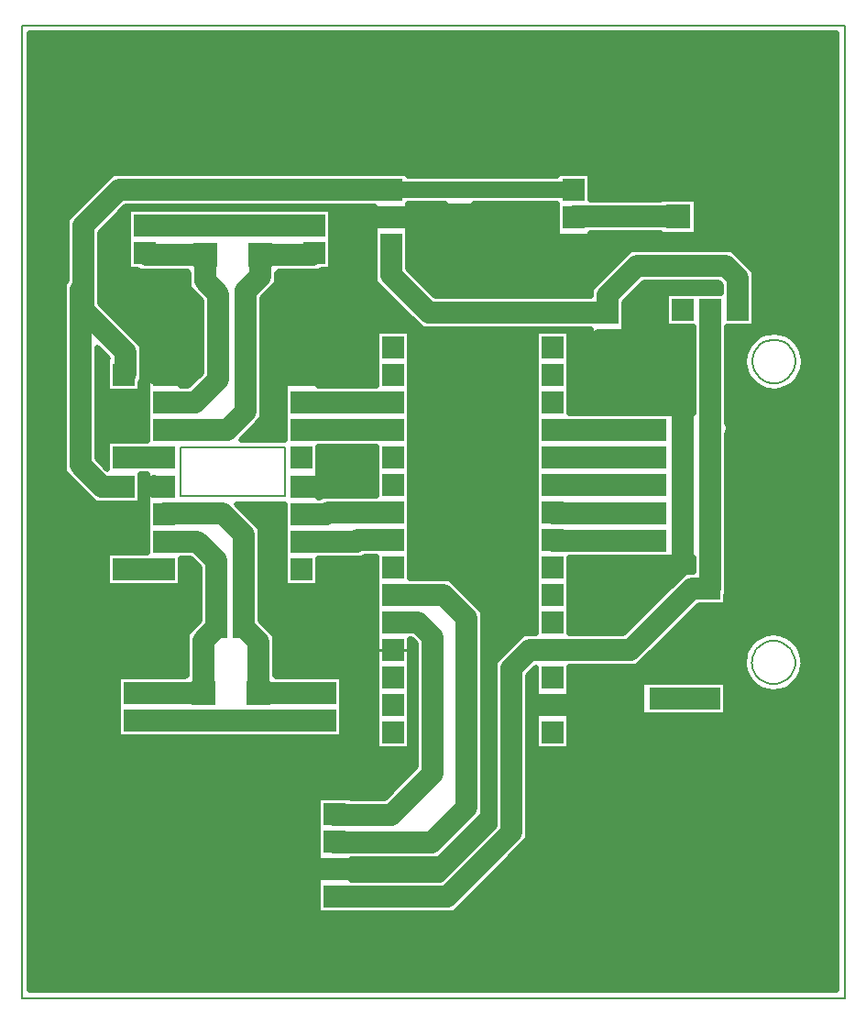
<source format=gbr>
G04 PROTEUS RS274X GERBER FILE*
%FSLAX26Y26*%
%MOIN*%
G01*
%ADD10C,0.080000*%
%ADD11C,0.060000*%
%ADD12C,0.090000*%
%ADD13C,0.020000*%
%ADD14C,0.010000*%
%ADD15R,0.080000X0.080000*%
%ADD16R,0.090000X0.090000*%
%ADD17R,0.060000X0.060000*%
%ADD18C,0.008000*%
G36*
X+32937Y+31496D02*
X+2968504Y+31496D01*
X+2968504Y+3511811D01*
X+32937Y+3511811D01*
X+32937Y+31496D01*
G37*
%LPC*%
G36*
X+1288819Y+3004094D02*
X+333415Y+3004094D01*
X+166772Y+2837451D01*
X+166772Y+2613041D01*
X+157798Y+2604068D01*
X+157798Y+1916793D01*
X+270811Y+1803780D01*
X+436378Y+1803780D01*
X+436378Y+1909292D01*
X+462048Y+1909292D01*
X+462048Y+1624567D01*
X+352313Y+1624567D01*
X+351526Y+1623779D01*
X+316378Y+1623779D01*
X+316378Y+1503780D01*
X+436378Y+1503780D01*
X+436378Y+1504567D01*
X+582047Y+1504567D01*
X+582047Y+1604536D01*
X+617438Y+1604536D01*
X+651024Y+1570950D01*
X+651024Y+1376821D01*
X+603780Y+1329577D01*
X+603780Y+1176811D01*
X+598780Y+1176811D01*
X+598780Y+1171811D01*
X+355748Y+1171811D01*
X+355748Y+951811D01*
X+1168661Y+951811D01*
X+1168661Y+1171811D01*
X+1048662Y+1171811D01*
X+986220Y+1171810D01*
X+928779Y+1171811D01*
X+928779Y+1176811D01*
X+923779Y+1176811D01*
X+923779Y+1324065D01*
X+871023Y+1376821D01*
X+871023Y+1713829D01*
X+785506Y+1799346D01*
X+962048Y+1799346D01*
X+962048Y+1504567D01*
X+1082047Y+1504567D01*
X+1082047Y+1604567D01*
X+1246012Y+1604567D01*
X+1250617Y+1609172D01*
X+1295433Y+1609172D01*
X+1295433Y+909292D01*
X+1415433Y+909292D01*
X+1415433Y+1309292D01*
X+1420817Y+1309292D01*
X+1438426Y+1291683D01*
X+1438426Y+844923D01*
X+1324569Y+731066D01*
X+1201063Y+731066D01*
X+1201063Y+731535D01*
X+1081064Y+731535D01*
X+1081064Y+311535D01*
X+1201063Y+311535D01*
X+1201063Y+312470D01*
X+1576678Y+312470D01*
X+1845826Y+581618D01*
X+1845826Y+1177510D01*
X+1875433Y+1207117D01*
X+1875433Y+909292D01*
X+1995433Y+909292D01*
X+1995433Y+1208241D01*
X+2241666Y+1208241D01*
X+2467126Y+1433701D01*
X+2566299Y+1433701D01*
X+2566299Y+1468848D01*
X+2566952Y+1469502D01*
X+2566952Y+2053074D01*
X+2579302Y+2082889D01*
X+2567874Y+2094317D01*
X+2567874Y+2447874D01*
X+2667874Y+2447874D01*
X+2667874Y+2647273D01*
X+2589135Y+2726012D01*
X+2218317Y+2726012D01*
X+2076221Y+2583915D01*
X+2076221Y+2557637D01*
X+1509651Y+2557637D01*
X+1409596Y+2657693D01*
X+1409596Y+2768170D01*
X+1408819Y+2768947D01*
X+1408819Y+2892520D01*
X+1545851Y+2892520D01*
X+1545851Y+2812780D01*
X+1647850Y+2812780D01*
X+1647850Y+2892520D01*
X+1723860Y+2892520D01*
X+1725435Y+2894095D01*
X+1950237Y+2894095D01*
X+1950237Y+2684095D01*
X+2070236Y+2684095D01*
X+2070236Y+2784882D01*
X+2327126Y+2784882D01*
X+2327126Y+2779882D01*
X+2457126Y+2779882D01*
X+2457126Y+2909881D01*
X+2327126Y+2909881D01*
X+2327126Y+2904881D01*
X+2070236Y+2904881D01*
X+2070236Y+3004094D01*
X+1950237Y+3004094D01*
X+1950237Y+2994094D01*
X+1577715Y+2994094D01*
X+1577141Y+2993519D01*
X+1545851Y+2993519D01*
X+1545851Y+2992519D01*
X+1408819Y+2992519D01*
X+1408819Y+3004094D01*
X+1288819Y+3004094D01*
X+1288819Y+3004094D01*
G37*
G36*
X+2719121Y+2424424D02*
X+2715784Y+2424043D01*
X+2712623Y+2422910D01*
X+2692068Y+2415541D01*
X+2670248Y+2401173D01*
X+2663208Y+2393456D01*
X+2651593Y+2380724D01*
X+2637600Y+2353008D01*
X+2636194Y+2344389D01*
X+2632034Y+2318898D01*
X+2632796Y+2314228D01*
X+2637600Y+2284787D01*
X+2639614Y+2280798D01*
X+2651593Y+2257072D01*
X+2670248Y+2236622D01*
X+2692068Y+2222255D01*
X+2715784Y+2213752D01*
X+2719121Y+2213371D01*
X+2740157Y+2210969D01*
X+2764531Y+2213752D01*
X+2767692Y+2214885D01*
X+2788247Y+2222255D01*
X+2810067Y+2236622D01*
X+2817107Y+2244339D01*
X+2828722Y+2257072D01*
X+2842715Y+2284787D01*
X+2844121Y+2293407D01*
X+2848281Y+2318898D01*
X+2847519Y+2323568D01*
X+2842715Y+2353008D01*
X+2840701Y+2356998D01*
X+2828722Y+2380724D01*
X+2810067Y+2401173D01*
X+2788247Y+2415541D01*
X+2764531Y+2424043D01*
X+2761194Y+2424424D01*
X+2740157Y+2426826D01*
X+2719121Y+2424424D01*
G37*
G36*
X+2717546Y+1329936D02*
X+2714209Y+1329555D01*
X+2711048Y+1328422D01*
X+2690493Y+1321052D01*
X+2668673Y+1306685D01*
X+2661633Y+1298968D01*
X+2650018Y+1286235D01*
X+2636025Y+1258520D01*
X+2634619Y+1249900D01*
X+2630459Y+1224409D01*
X+2631221Y+1219739D01*
X+2636025Y+1190299D01*
X+2638039Y+1186309D01*
X+2650018Y+1162583D01*
X+2668673Y+1142134D01*
X+2690493Y+1127767D01*
X+2714209Y+1119264D01*
X+2717546Y+1118883D01*
X+2738583Y+1116481D01*
X+2762956Y+1119264D01*
X+2766117Y+1120397D01*
X+2786672Y+1127767D01*
X+2808493Y+1142134D01*
X+2815532Y+1149851D01*
X+2827147Y+1162583D01*
X+2841140Y+1190299D01*
X+2842546Y+1198919D01*
X+2846706Y+1224409D01*
X+2845944Y+1229080D01*
X+2841140Y+1258520D01*
X+2839126Y+1262509D01*
X+2827147Y+1286235D01*
X+2808493Y+1306685D01*
X+2786672Y+1321052D01*
X+2762956Y+1329555D01*
X+2759619Y+1329936D01*
X+2738583Y+1332338D01*
X+2717546Y+1329936D01*
G37*
G36*
X+2327126Y+3109881D02*
X+2457126Y+3109881D01*
X+2457126Y+2979882D01*
X+2327126Y+2979882D01*
X+2327126Y+3109881D01*
G37*
G36*
X+2301919Y+1152126D02*
X+2166772Y+1152126D01*
X+2166772Y+1032126D01*
X+2386771Y+1032126D01*
X+2386771Y+1033701D01*
X+2566299Y+1033701D01*
X+2566299Y+1153700D01*
X+2303494Y+1153700D01*
X+2301919Y+1152126D01*
G37*
%LPD*%
G36*
X+286771Y+2787746D02*
X+286771Y+2530364D01*
X+440315Y+2376821D01*
X+440315Y+2248376D01*
X+436378Y+2244439D01*
X+436378Y+2209292D01*
X+316378Y+2209292D01*
X+316378Y+2329291D01*
X+318141Y+2329291D01*
X+277798Y+2369634D01*
X+277798Y+1966497D01*
X+316378Y+1927917D01*
X+316378Y+2029291D01*
X+462048Y+2029291D01*
X+462048Y+2329291D01*
X+582047Y+2329291D01*
X+582047Y+2228616D01*
X+609796Y+2228616D01*
X+658898Y+2277718D01*
X+658898Y+2539715D01*
X+611654Y+2586959D01*
X+611654Y+2641300D01*
X+606654Y+2641300D01*
X+606654Y+2646300D01*
X+432628Y+2646300D01*
X+426329Y+2652599D01*
X+391181Y+2652599D01*
X+391181Y+2872598D01*
X+1129291Y+2872598D01*
X+1129291Y+2652599D01*
X+1094144Y+2652599D01*
X+1087844Y+2646300D01*
X+936653Y+2646300D01*
X+936653Y+2641300D01*
X+931653Y+2641300D01*
X+931653Y+2602381D01*
X+879630Y+2550357D01*
X+879630Y+2430211D01*
X+878897Y+2429478D01*
X+878897Y+2111896D01*
X+801513Y+2034512D01*
X+962048Y+2034512D01*
X+962048Y+2329291D01*
X+1082047Y+2329291D01*
X+1082047Y+2229291D01*
X+1295433Y+2229291D01*
X+1295433Y+2429291D01*
X+1415433Y+2429291D01*
X+1415433Y+1529291D01*
X+1561648Y+1529291D01*
X+1680472Y+1410467D01*
X+1680472Y+670773D01*
X+1520566Y+510867D01*
X+1201063Y+510867D01*
X+1201063Y+432469D01*
X+1526973Y+432469D01*
X+1725827Y+631323D01*
X+1725827Y+1227215D01*
X+1827904Y+1329291D01*
X+1875433Y+1329291D01*
X+1875433Y+2429291D01*
X+1995433Y+2429291D01*
X+1995433Y+2128811D01*
X+2447874Y+2128811D01*
X+2447874Y+2447874D01*
X+2347874Y+2447874D01*
X+2347874Y+2567874D01*
X+2547874Y+2567874D01*
X+2547874Y+2597569D01*
X+2539430Y+2606013D01*
X+2268022Y+2606013D01*
X+2196220Y+2534211D01*
X+2196220Y+2337638D01*
X+2076221Y+2337638D01*
X+2076221Y+2437638D01*
X+1459946Y+2437638D01*
X+1289596Y+2607988D01*
X+1289596Y+2684095D01*
X+1288819Y+2684095D01*
X+1288819Y+2884095D01*
X+383120Y+2884095D01*
X+286771Y+2787746D01*
G37*
G36*
X+1082047Y+1909292D02*
X+1082047Y+1823239D01*
X+1088200Y+1823239D01*
X+1094252Y+1829291D01*
X+1295433Y+1829291D01*
X+1295433Y+2009292D01*
X+1082047Y+2009292D01*
X+1082047Y+1909292D01*
G37*
G36*
X+1995433Y+1509292D02*
X+1995433Y+1328240D01*
X+2191961Y+1328240D01*
X+2417422Y+1553700D01*
X+2446953Y+1553700D01*
X+2446953Y+1607811D01*
X+1995433Y+1607811D01*
X+1995433Y+1509292D01*
G37*
D10*
X+2306953Y+2068811D02*
X+1935913Y+2068811D01*
X+1935433Y+2069291D01*
X+2306953Y+1969811D02*
X+1935953Y+1969811D01*
X+1935433Y+1969291D01*
X+2306953Y+1868811D02*
X+1935913Y+1868811D01*
X+1935433Y+1869291D01*
X+2306953Y+1767811D02*
X+1936913Y+1767811D01*
X+1935433Y+1769291D01*
X+2306953Y+1667811D02*
X+1936913Y+1667811D01*
X+1935433Y+1669291D01*
X+2406953Y+2068811D02*
X+2406953Y+1969811D01*
X+2406953Y+1868811D01*
X+2406953Y+1767811D01*
X+2406953Y+2068811D02*
X+2406953Y+2156039D01*
X+2403937Y+2159055D01*
X+2406953Y+1767811D02*
X+2406953Y+1667811D01*
X+2406953Y+1579394D01*
X+2406122Y+1578563D01*
X+2506953Y+2068811D02*
X+2506953Y+1969811D01*
X+2506953Y+1868811D01*
X+2506953Y+1767811D01*
X+2506953Y+1667811D01*
X+2506953Y+1494354D01*
X+2506299Y+1493701D01*
X+2442274Y+1493701D01*
X+2216814Y+1268241D01*
X+2126650Y+1268241D01*
X+1936484Y+1268241D01*
X+1935433Y+1269291D01*
X+2506299Y+1093701D02*
X+2328346Y+1093701D01*
X+2326772Y+1092126D01*
X+1108661Y+1011811D02*
X+415748Y+1011811D01*
X+663780Y+1111811D02*
X+415748Y+1111811D01*
X+863780Y+1111811D02*
X+1108661Y+1111811D01*
X+811024Y+1351969D02*
X+863780Y+1299213D01*
X+863780Y+1111811D01*
X+711024Y+1351969D02*
X+663780Y+1304724D01*
X+663780Y+1111811D01*
X+1069291Y+2812598D02*
X+451181Y+2812598D01*
X+1069291Y+2712598D02*
X+1062992Y+2706299D01*
X+871654Y+2706299D01*
X+451181Y+2712598D02*
X+457480Y+2706299D01*
X+671654Y+2706299D01*
X+871654Y+2706299D02*
X+871654Y+2627233D01*
X+819630Y+2575209D01*
X+819630Y+2455063D01*
X+818898Y+2454331D01*
X+671654Y+2706299D02*
X+671654Y+2611811D01*
X+718898Y+2564567D01*
X+718898Y+2454331D01*
X+718898Y+2252865D01*
X+634649Y+2168617D01*
X+522722Y+2168617D01*
X+522047Y+2169291D01*
X+818898Y+2454331D02*
X+818898Y+2136748D01*
X+751865Y+2069715D01*
X+522471Y+2069715D01*
X+522047Y+2069291D01*
X+811024Y+1351969D02*
X+811024Y+1688976D01*
X+734646Y+1765354D01*
X+522835Y+1765354D01*
X+522047Y+1764567D01*
X+711024Y+1351969D02*
X+711024Y+1595802D01*
X+642290Y+1664536D01*
X+522078Y+1664536D01*
X+522047Y+1664567D01*
X+1022047Y+1864567D02*
X+1115748Y+1864567D01*
X+1116535Y+1863780D01*
X+1022047Y+2269291D02*
X+1114840Y+2269291D01*
X+1114993Y+2269444D01*
X+1022047Y+2269291D02*
X+927559Y+2269291D01*
X+1022047Y+2273228D02*
X+1078093Y+2329274D01*
X+1078093Y+2329907D01*
X+1022047Y+2269291D02*
X+1022047Y+2273228D01*
X+1022047Y+2351969D01*
X+1022047Y+2269291D02*
X+966393Y+2324946D01*
X+965634Y+2324946D01*
X+522047Y+2269291D02*
X+577165Y+2269291D01*
X+522047Y+2269291D02*
X+522047Y+2312598D01*
X+522047Y+2269291D02*
X+498425Y+2269291D01*
X+522047Y+2269291D02*
X+485031Y+2306308D01*
X+485031Y+2307069D01*
X+522047Y+2269291D02*
X+565354Y+2312598D01*
X+522047Y+1969291D02*
X+376378Y+1969291D01*
X+522047Y+1564567D02*
X+377165Y+1564567D01*
X+376378Y+1563780D01*
X+226772Y+2505512D02*
X+380315Y+2351969D01*
X+380315Y+2273228D01*
X+376378Y+2269291D01*
X+376378Y+1863780D02*
X+295663Y+1863780D01*
X+217798Y+1941645D01*
X+217798Y+2579215D01*
X+226772Y+2588189D01*
X+226772Y+2505512D01*
X+1348819Y+2944094D02*
X+358268Y+2944094D01*
X+226772Y+2812598D01*
X+226772Y+2588189D01*
X+1355433Y+2169291D02*
X+1022047Y+2169291D01*
X+1355433Y+2069291D02*
X+1022047Y+2069291D01*
X+1355433Y+1769291D02*
X+1119105Y+1769291D01*
X+1113052Y+1763239D01*
X+1023375Y+1763239D01*
X+1022047Y+1764567D01*
X+1022047Y+1664567D02*
X+1221160Y+1664567D01*
X+1225764Y+1669171D01*
X+1355313Y+1669171D01*
X+1355433Y+1669291D01*
D11*
X+1596850Y+2863780D02*
X+1672583Y+2863780D01*
X+1673070Y+2864267D01*
X+1596850Y+2863780D02*
X+1551469Y+2863780D01*
X+1551384Y+2863865D01*
X+1596850Y+2863780D02*
X+1631303Y+2829327D01*
X+1631303Y+2827319D01*
X+1596850Y+2859843D02*
X+1593546Y+2859843D01*
X+1563030Y+2829327D01*
X+1596850Y+2863780D02*
X+1596850Y+2859843D01*
X+1596850Y+2828346D01*
D10*
X+1348819Y+2844094D02*
X+1279422Y+2844094D01*
X+1279197Y+2843869D01*
X+1348819Y+2844094D02*
X+1443371Y+2844094D01*
X+1444052Y+2844775D01*
D11*
X+2010236Y+2944094D02*
X+1598425Y+2944094D01*
X+1596850Y+2942520D01*
X+1703150Y+2942520D02*
X+1596850Y+2942520D01*
X+1350394Y+2942520D01*
X+1348819Y+2944094D01*
D10*
X+2010236Y+2744094D02*
X+1934468Y+2744094D01*
X+1933964Y+2744598D01*
X+2010236Y+2744094D02*
X+2010236Y+2690551D01*
X+2010236Y+2744094D02*
X+2062767Y+2744094D01*
X+2063172Y+2743689D01*
X+2010236Y+2744094D02*
X+2051969Y+2702362D01*
X+2053543Y+2702362D01*
X+2010236Y+2744094D02*
X+1973433Y+2707292D01*
X+1972181Y+2707292D01*
D12*
X+2392126Y+3044882D02*
X+2392126Y+3123622D01*
X+2392126Y+3044882D02*
X+2325197Y+3044882D01*
X+2392126Y+3044882D02*
X+2444029Y+3044882D01*
X+2444285Y+3044626D01*
X+2392126Y+3044882D02*
X+2435433Y+3088189D01*
X+2392126Y+3044882D02*
X+2344882Y+3092126D01*
X+2392126Y+3033071D02*
X+2410322Y+3014875D01*
X+2419998Y+3014875D01*
X+2392126Y+3044882D02*
X+2392126Y+3033071D01*
X+2392126Y+3009449D01*
X+2392126Y+3044882D02*
X+2348522Y+3001278D01*
X+2348522Y+2999636D01*
D10*
X+2392126Y+2844882D02*
X+2011024Y+2844882D01*
X+2010236Y+2844094D01*
X+2136220Y+2497638D02*
X+1484799Y+2497638D01*
X+1349596Y+2632841D01*
X+1349596Y+2743317D01*
X+1348819Y+2744094D01*
X+2136220Y+2397638D02*
X+2188385Y+2397638D01*
X+2188662Y+2397361D01*
X+2136220Y+2397638D02*
X+2136220Y+2363780D01*
X+2136220Y+2397638D02*
X+2162205Y+2371654D01*
X+2163780Y+2371654D01*
X+2136220Y+2397638D02*
X+2134646Y+2397638D01*
X+2100787Y+2363780D01*
X+2134646Y+2397638D02*
X+2105421Y+2397638D01*
X+2105144Y+2397915D01*
X+2226772Y+1092126D02*
X+2226772Y+1155118D01*
X+2226772Y+1092126D02*
X+2226772Y+1048819D01*
X+2226772Y+1092126D02*
X+2168316Y+1092126D01*
X+2167012Y+1090822D01*
X+2226772Y+1092126D02*
X+2183280Y+1135618D01*
X+2183280Y+1137712D01*
X+2226772Y+1092126D02*
X+2181449Y+1046803D01*
X+2181366Y+1046803D01*
X+1935433Y+1069291D02*
X+1934646Y+1068504D01*
X+1892126Y+1068504D01*
X+1935433Y+1069291D02*
X+1980887Y+1069291D01*
X+1981366Y+1069770D01*
X+522047Y+1864567D02*
X+486519Y+1864567D01*
X+486085Y+1865000D01*
X+2507874Y+2507874D02*
X+2507874Y+2069465D01*
X+2508528Y+2068811D01*
X+2506953Y+2068811D01*
X+2607874Y+2507874D02*
X+2607874Y+2622421D01*
X+2564283Y+2666012D01*
X+2243170Y+2666012D01*
X+2206507Y+2629350D01*
X+2136220Y+2559063D01*
X+2136220Y+2497638D01*
X+1355433Y+1369291D02*
X+1445669Y+1369291D01*
X+1498425Y+1316535D01*
X+1498425Y+820070D01*
X+1349421Y+671067D01*
X+1141532Y+671067D01*
X+1141063Y+671535D01*
X+1355433Y+1469291D02*
X+1536795Y+1469291D01*
X+1620472Y+1385614D01*
X+1620472Y+695625D01*
X+1495713Y+570866D01*
X+1141732Y+570866D01*
X+1141063Y+571535D01*
X+1935433Y+1269291D02*
X+1852756Y+1269291D01*
X+1785827Y+1202362D01*
X+1785827Y+606470D01*
X+1551826Y+372469D01*
X+1141998Y+372469D01*
X+1141063Y+371535D01*
X+1122047Y+471535D02*
X+1141063Y+471535D01*
X+1219567Y+471535D01*
X+1220472Y+472441D01*
X+1122047Y+471535D02*
X+1083583Y+471535D01*
X+1082677Y+472441D01*
D13*
X+32937Y+31496D02*
X+2968504Y+31496D01*
X+2968504Y+3511811D01*
X+32937Y+3511811D01*
X+32937Y+31496D01*
X+1288819Y+3004094D02*
X+333415Y+3004094D01*
X+166772Y+2837451D01*
X+166772Y+2613041D01*
X+157798Y+2604068D01*
X+157798Y+1916793D01*
X+270811Y+1803780D01*
X+436378Y+1803780D01*
X+436378Y+1909292D01*
X+462048Y+1909292D01*
X+462048Y+1624567D01*
X+352313Y+1624567D01*
X+351526Y+1623779D01*
X+316378Y+1623779D01*
X+316378Y+1503780D01*
X+436378Y+1503780D01*
X+436378Y+1504567D01*
X+582047Y+1504567D01*
X+582047Y+1604536D01*
X+617438Y+1604536D01*
X+651024Y+1570950D01*
X+651024Y+1376821D01*
X+603780Y+1329577D01*
X+603780Y+1176811D01*
X+598780Y+1176811D01*
X+598780Y+1171811D01*
X+355748Y+1171811D01*
X+355748Y+951811D01*
X+1168661Y+951811D01*
X+1168661Y+1171811D01*
X+1048662Y+1171811D01*
X+986220Y+1171810D01*
X+928779Y+1171811D01*
X+928779Y+1176811D01*
X+923779Y+1176811D01*
X+923779Y+1324065D01*
X+871023Y+1376821D01*
X+871023Y+1713829D01*
X+785506Y+1799346D01*
X+962048Y+1799346D01*
X+962048Y+1504567D01*
X+1082047Y+1504567D01*
X+1082047Y+1604567D01*
X+1246012Y+1604567D01*
X+1250617Y+1609172D01*
X+1295433Y+1609172D01*
X+1295433Y+909292D01*
X+1415433Y+909292D01*
X+1415433Y+1309292D01*
X+1420817Y+1309292D01*
X+1438426Y+1291683D01*
X+1438426Y+844923D01*
X+1324569Y+731066D01*
X+1201063Y+731066D01*
X+1201063Y+731535D01*
X+1081064Y+731535D01*
X+1081064Y+311535D01*
X+1201063Y+311535D01*
X+1201063Y+312470D01*
X+1576678Y+312470D01*
X+1845826Y+581618D01*
X+1845826Y+1177510D01*
X+1875433Y+1207117D01*
X+1875433Y+909292D01*
X+1995433Y+909292D01*
X+1995433Y+1208241D01*
X+2241666Y+1208241D01*
X+2467126Y+1433701D01*
X+2566299Y+1433701D01*
X+2566299Y+1468848D01*
X+2566952Y+1469502D01*
X+2566952Y+2053074D01*
X+2579302Y+2082889D01*
X+2567874Y+2094317D01*
X+2567874Y+2447874D01*
X+2667874Y+2447874D01*
X+2667874Y+2647273D01*
X+2589135Y+2726012D01*
X+2218317Y+2726012D01*
X+2076221Y+2583915D01*
X+2076221Y+2557637D01*
X+1509651Y+2557637D01*
X+1409596Y+2657693D01*
X+1409596Y+2768170D01*
X+1408819Y+2768947D01*
X+1408819Y+2892520D01*
X+1545851Y+2892520D01*
X+1545851Y+2812780D01*
X+1647850Y+2812780D01*
X+1647850Y+2892520D01*
X+1723860Y+2892520D01*
X+1725435Y+2894095D01*
X+1950237Y+2894095D01*
X+1950237Y+2684095D01*
X+2070236Y+2684095D01*
X+2070236Y+2784882D01*
X+2327126Y+2784882D01*
X+2327126Y+2779882D01*
X+2457126Y+2779882D01*
X+2457126Y+2909881D01*
X+2327126Y+2909881D01*
X+2327126Y+2904881D01*
X+2070236Y+2904881D01*
X+2070236Y+3004094D01*
X+1950237Y+3004094D01*
X+1950237Y+2994094D01*
X+1577715Y+2994094D01*
X+1577141Y+2993519D01*
X+1545851Y+2993519D01*
X+1545851Y+2992519D01*
X+1408819Y+2992519D01*
X+1408819Y+3004094D01*
X+1288819Y+3004094D01*
X+1288819Y+3004094D01*
X+2719121Y+2424424D02*
X+2715784Y+2424043D01*
X+2712623Y+2422910D01*
X+2692068Y+2415541D01*
X+2670248Y+2401173D01*
X+2663208Y+2393456D01*
X+2651593Y+2380724D01*
X+2637600Y+2353008D01*
X+2636194Y+2344389D01*
X+2632034Y+2318898D01*
X+2632796Y+2314228D01*
X+2637600Y+2284787D01*
X+2639614Y+2280798D01*
X+2651593Y+2257072D01*
X+2670248Y+2236622D01*
X+2692068Y+2222255D01*
X+2715784Y+2213752D01*
X+2719121Y+2213371D01*
X+2740157Y+2210969D01*
X+2764531Y+2213752D01*
X+2767692Y+2214885D01*
X+2788247Y+2222255D01*
X+2810067Y+2236622D01*
X+2817107Y+2244339D01*
X+2828722Y+2257072D01*
X+2842715Y+2284787D01*
X+2844121Y+2293407D01*
X+2848281Y+2318898D01*
X+2847519Y+2323568D01*
X+2842715Y+2353008D01*
X+2840701Y+2356998D01*
X+2828722Y+2380724D01*
X+2810067Y+2401173D01*
X+2788247Y+2415541D01*
X+2764531Y+2424043D01*
X+2761194Y+2424424D01*
X+2740157Y+2426826D01*
X+2719121Y+2424424D01*
X+2717546Y+1329936D02*
X+2714209Y+1329555D01*
X+2711048Y+1328422D01*
X+2690493Y+1321052D01*
X+2668673Y+1306685D01*
X+2661633Y+1298968D01*
X+2650018Y+1286235D01*
X+2636025Y+1258520D01*
X+2634619Y+1249900D01*
X+2630459Y+1224409D01*
X+2631221Y+1219739D01*
X+2636025Y+1190299D01*
X+2638039Y+1186309D01*
X+2650018Y+1162583D01*
X+2668673Y+1142134D01*
X+2690493Y+1127767D01*
X+2714209Y+1119264D01*
X+2717546Y+1118883D01*
X+2738583Y+1116481D01*
X+2762956Y+1119264D01*
X+2766117Y+1120397D01*
X+2786672Y+1127767D01*
X+2808493Y+1142134D01*
X+2815532Y+1149851D01*
X+2827147Y+1162583D01*
X+2841140Y+1190299D01*
X+2842546Y+1198919D01*
X+2846706Y+1224409D01*
X+2845944Y+1229080D01*
X+2841140Y+1258520D01*
X+2839126Y+1262509D01*
X+2827147Y+1286235D01*
X+2808493Y+1306685D01*
X+2786672Y+1321052D01*
X+2762956Y+1329555D01*
X+2759619Y+1329936D01*
X+2738583Y+1332338D01*
X+2717546Y+1329936D01*
X+2327126Y+3109881D02*
X+2457126Y+3109881D01*
X+2457126Y+2979882D01*
X+2327126Y+2979882D01*
X+2327126Y+3109881D01*
X+2301919Y+1152126D02*
X+2166772Y+1152126D01*
X+2166772Y+1032126D01*
X+2386771Y+1032126D01*
X+2386771Y+1033701D01*
X+2566299Y+1033701D01*
X+2566299Y+1153700D01*
X+2303494Y+1153700D01*
X+2301919Y+1152126D01*
X+286771Y+2787746D02*
X+286771Y+2530364D01*
X+440315Y+2376821D01*
X+440315Y+2248376D01*
X+436378Y+2244439D01*
X+436378Y+2209292D01*
X+316378Y+2209292D01*
X+316378Y+2329291D01*
X+318141Y+2329291D01*
X+277798Y+2369634D01*
X+277798Y+1966497D01*
X+316378Y+1927917D01*
X+316378Y+2029291D01*
X+462048Y+2029291D01*
X+462048Y+2329291D01*
X+582047Y+2329291D01*
X+582047Y+2228616D01*
X+609796Y+2228616D01*
X+658898Y+2277718D01*
X+658898Y+2539715D01*
X+611654Y+2586959D01*
X+611654Y+2641300D01*
X+606654Y+2641300D01*
X+606654Y+2646300D01*
X+432628Y+2646300D01*
X+426329Y+2652599D01*
X+391181Y+2652599D01*
X+391181Y+2872598D01*
X+1129291Y+2872598D01*
X+1129291Y+2652599D01*
X+1094144Y+2652599D01*
X+1087844Y+2646300D01*
X+936653Y+2646300D01*
X+936653Y+2641300D01*
X+931653Y+2641300D01*
X+931653Y+2602381D01*
X+879630Y+2550357D01*
X+879630Y+2430211D01*
X+878897Y+2429478D01*
X+878897Y+2111896D01*
X+801513Y+2034512D01*
X+962048Y+2034512D01*
X+962048Y+2329291D01*
X+1082047Y+2329291D01*
X+1082047Y+2229291D01*
X+1295433Y+2229291D01*
X+1295433Y+2429291D01*
X+1415433Y+2429291D01*
X+1415433Y+1529291D01*
X+1561648Y+1529291D01*
X+1680472Y+1410467D01*
X+1680472Y+670773D01*
X+1520566Y+510867D01*
X+1201063Y+510867D01*
X+1201063Y+432469D01*
X+1526973Y+432469D01*
X+1725827Y+631323D01*
X+1725827Y+1227215D01*
X+1827904Y+1329291D01*
X+1875433Y+1329291D01*
X+1875433Y+2429291D01*
X+1995433Y+2429291D01*
X+1995433Y+2128811D01*
X+2447874Y+2128811D01*
X+2447874Y+2447874D01*
X+2347874Y+2447874D01*
X+2347874Y+2567874D01*
X+2547874Y+2567874D01*
X+2547874Y+2597569D01*
X+2539430Y+2606013D01*
X+2268022Y+2606013D01*
X+2196220Y+2534211D01*
X+2196220Y+2337638D01*
X+2076221Y+2337638D01*
X+2076221Y+2437638D01*
X+1459946Y+2437638D01*
X+1289596Y+2607988D01*
X+1289596Y+2684095D01*
X+1288819Y+2684095D01*
X+1288819Y+2884095D01*
X+383120Y+2884095D01*
X+286771Y+2787746D01*
X+1082047Y+1909292D02*
X+1082047Y+1823239D01*
X+1088200Y+1823239D01*
X+1094252Y+1829291D01*
X+1295433Y+1829291D01*
X+1295433Y+2009292D01*
X+1082047Y+2009292D01*
X+1082047Y+1909292D01*
X+1995433Y+1509292D02*
X+1995433Y+1328240D01*
X+2191961Y+1328240D01*
X+2417422Y+1553700D01*
X+2446953Y+1553700D01*
X+2446953Y+1607811D01*
X+1995433Y+1607811D01*
X+1995433Y+1509292D01*
D14*
X+1415433Y+1269291D02*
X+1355433Y+1269291D01*
X+1295433Y+1269291D02*
X+1355433Y+1269291D01*
X+1995433Y+1069291D02*
X+1935433Y+1069291D01*
X+1875433Y+1069291D02*
X+1935433Y+1069291D01*
X+2406953Y+2128811D02*
X+2406953Y+2068811D01*
X+2327126Y+3044882D02*
X+2392126Y+3044882D01*
X+2457126Y+3044882D02*
X+2392126Y+3044882D01*
X+2392126Y+3109881D02*
X+2392126Y+3044882D01*
X+2392126Y+2979882D02*
X+2392126Y+3044882D01*
X+2010236Y+2684095D02*
X+2010236Y+2744094D01*
X+1950237Y+2744094D02*
X+2010236Y+2744094D01*
X+2070236Y+2744094D02*
X+2010236Y+2744094D01*
X+1408819Y+2844094D02*
X+1348819Y+2844094D01*
X+1288819Y+2844094D02*
X+1348819Y+2844094D01*
X+1081064Y+471535D02*
X+1141063Y+471535D01*
X+1201063Y+471535D02*
X+1141063Y+471535D01*
X+2166772Y+1092126D02*
X+2226772Y+1092126D01*
X+2226772Y+1032126D02*
X+2226772Y+1092126D01*
X+2226772Y+1152126D02*
X+2226772Y+1092126D01*
X+962048Y+2269291D02*
X+1022047Y+2269291D01*
X+1082047Y+2269291D02*
X+1022047Y+2269291D01*
X+1022047Y+2329291D02*
X+1022047Y+2269291D01*
X+462048Y+2269291D02*
X+522047Y+2269291D01*
X+582047Y+2269291D02*
X+522047Y+2269291D01*
X+522047Y+2329291D02*
X+522047Y+2269291D01*
X+1082047Y+1864567D02*
X+1022047Y+1864567D01*
X+462048Y+1864567D02*
X+522047Y+1864567D01*
X+2136220Y+2337638D02*
X+2136220Y+2397638D01*
X+2076221Y+2397638D02*
X+2136220Y+2397638D01*
X+2196220Y+2397638D02*
X+2136220Y+2397638D01*
X+1596850Y+2812780D02*
X+1596850Y+2863780D01*
X+1545851Y+2863780D02*
X+1596850Y+2863780D01*
X+1647850Y+2863780D02*
X+1596850Y+2863780D01*
X+2406953Y+1607811D02*
X+2406953Y+1667811D01*
D15*
X+1935433Y+2269291D03*
X+1935433Y+1269291D03*
X+1935433Y+2069291D03*
X+1935433Y+1969291D03*
X+1935433Y+1869291D03*
X+1935433Y+1769291D03*
X+1935433Y+1669291D03*
X+1935433Y+1569291D03*
X+1935433Y+1469291D03*
X+1935433Y+1369291D03*
X+1355433Y+1369291D03*
X+1355433Y+1469291D03*
X+1355433Y+1569291D03*
X+1355433Y+1669291D03*
X+1355433Y+1769291D03*
X+1355433Y+1869291D03*
X+1355433Y+1969291D03*
X+1355433Y+2069291D03*
X+1355433Y+2169291D03*
X+1355433Y+2269291D03*
X+1355433Y+2369291D03*
X+1935433Y+2369291D03*
X+1355433Y+1269291D03*
X+1935433Y+1069291D03*
X+1935433Y+2169291D03*
X+1355433Y+1169291D03*
X+1935433Y+1169291D03*
X+1355433Y+1069291D03*
X+1355433Y+969291D03*
X+1935433Y+969291D03*
X+2506953Y+1767811D03*
X+2406953Y+1767811D03*
X+2306953Y+1767811D03*
X+2506953Y+1868811D03*
X+2406953Y+1868811D03*
X+2306953Y+1868811D03*
X+2506953Y+1969811D03*
X+2406953Y+1969811D03*
X+2306953Y+1969811D03*
X+2506953Y+2068811D03*
X+2406953Y+2068811D03*
X+2306953Y+2068811D03*
D16*
X+2392126Y+2844882D03*
X+2392126Y+3044882D03*
D15*
X+2010236Y+2744094D03*
X+2010236Y+2844094D03*
X+2010236Y+2944094D03*
X+1348819Y+2944094D03*
X+1348819Y+2844094D03*
X+1348819Y+2744094D03*
X+1141063Y+371535D03*
X+1141063Y+471535D03*
X+1141063Y+571535D03*
X+1141063Y+671535D03*
X+2607874Y+2507874D03*
X+2507874Y+2507874D03*
X+2407874Y+2507874D03*
X+2506299Y+1493701D03*
X+2506299Y+1093701D03*
X+2326772Y+1092126D03*
X+2226772Y+1092126D03*
X+1022047Y+2269291D03*
X+522047Y+2269291D03*
X+1022047Y+1969291D03*
X+1022047Y+2069291D03*
X+1022047Y+2169291D03*
X+522047Y+2069291D03*
X+522047Y+2169291D03*
X+522047Y+1969291D03*
X+1022047Y+1864567D03*
X+522047Y+1864567D03*
X+1022047Y+1564567D03*
X+1022047Y+1664567D03*
X+1022047Y+1764567D03*
X+522047Y+1664567D03*
X+522047Y+1764567D03*
X+522047Y+1564567D03*
X+2136220Y+2497638D03*
X+2136220Y+2397638D03*
D17*
X+1596850Y+2942520D03*
X+1596850Y+2863780D03*
D15*
X+1069291Y+2812598D03*
X+1069291Y+2712598D03*
X+818898Y+2454331D03*
X+718898Y+2454331D03*
X+451181Y+2812598D03*
X+451181Y+2712598D03*
X+415748Y+1011811D03*
X+415748Y+1111811D03*
X+711024Y+1351969D03*
X+811024Y+1351969D03*
X+1108661Y+1011811D03*
X+1108661Y+1111811D03*
X+376378Y+1863780D03*
X+376378Y+1563780D03*
X+376378Y+2269291D03*
X+376378Y+1969291D03*
D16*
X+671654Y+2706299D03*
X+871654Y+2706299D03*
X+863780Y+1111811D03*
X+663780Y+1111811D03*
D15*
X+2506953Y+1667811D03*
X+2406953Y+1667811D03*
X+2306953Y+1667811D03*
D18*
X+3937Y+2496D02*
X+2997504Y+2496D01*
X+2997504Y+3540811D01*
X+3937Y+3540811D01*
X+3937Y+2496D01*
X+581102Y+1828346D02*
X+962992Y+1828346D01*
X+962992Y+2005512D01*
X+581102Y+2005512D01*
X+581102Y+1828346D01*
X+2818897Y+2318898D02*
X+2818608Y+2325636D01*
X+2816258Y+2339113D01*
X+2811325Y+2352590D01*
X+2803205Y+2366067D01*
X+2790866Y+2379136D01*
X+2777389Y+2388279D01*
X+2763912Y+2393969D01*
X+2750435Y+2396964D01*
X+2740157Y+2397638D01*
X+2661417Y+2318898D02*
X+2661706Y+2325636D01*
X+2664056Y+2339113D01*
X+2668989Y+2352590D01*
X+2677109Y+2366067D01*
X+2689448Y+2379136D01*
X+2702925Y+2388279D01*
X+2716402Y+2393969D01*
X+2729879Y+2396964D01*
X+2740157Y+2397638D01*
X+2661417Y+2318898D02*
X+2661706Y+2312160D01*
X+2664056Y+2298683D01*
X+2668989Y+2285206D01*
X+2677109Y+2271729D01*
X+2689448Y+2258660D01*
X+2702925Y+2249517D01*
X+2716402Y+2243827D01*
X+2729879Y+2240832D01*
X+2740157Y+2240158D01*
X+2818897Y+2318898D02*
X+2818608Y+2312160D01*
X+2816258Y+2298683D01*
X+2811325Y+2285206D01*
X+2803205Y+2271729D01*
X+2790866Y+2258660D01*
X+2777389Y+2249517D01*
X+2763912Y+2243827D01*
X+2750435Y+2240832D01*
X+2740157Y+2240158D01*
X+2817323Y+1224409D02*
X+2817034Y+1231147D01*
X+2814684Y+1244624D01*
X+2809751Y+1258101D01*
X+2801631Y+1271578D01*
X+2789292Y+1284647D01*
X+2775815Y+1293790D01*
X+2762338Y+1299480D01*
X+2748861Y+1302475D01*
X+2738583Y+1303149D01*
X+2659843Y+1224409D02*
X+2660132Y+1231147D01*
X+2662482Y+1244624D01*
X+2667415Y+1258101D01*
X+2675535Y+1271578D01*
X+2687874Y+1284647D01*
X+2701351Y+1293790D01*
X+2714828Y+1299480D01*
X+2728305Y+1302475D01*
X+2738583Y+1303149D01*
X+2659843Y+1224409D02*
X+2660132Y+1217671D01*
X+2662482Y+1204194D01*
X+2667415Y+1190717D01*
X+2675535Y+1177240D01*
X+2687874Y+1164171D01*
X+2701351Y+1155028D01*
X+2714828Y+1149338D01*
X+2728305Y+1146343D01*
X+2738583Y+1145669D01*
X+2817323Y+1224409D02*
X+2817034Y+1217671D01*
X+2814684Y+1204194D01*
X+2809751Y+1190717D01*
X+2801631Y+1177240D01*
X+2789292Y+1164171D01*
X+2775815Y+1155028D01*
X+2762338Y+1149338D01*
X+2748861Y+1146343D01*
X+2738583Y+1145669D01*
M02*

</source>
